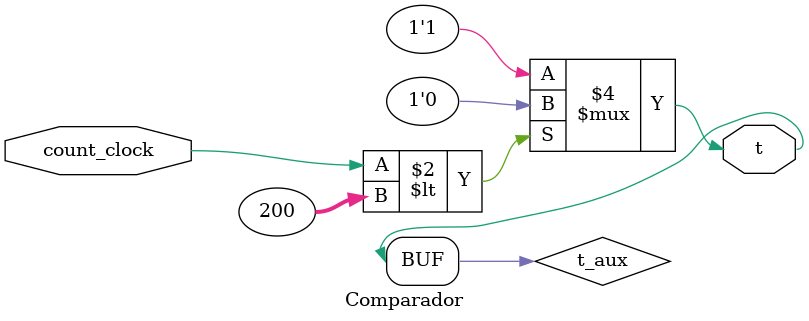
<source format=sv>
module Comparador(input count_clock, output t);

logic t_aux;

always @* begin
  if(count_clock < 200) 
    t_aux <= 0;
  else
    t_aux <= 1;
end
 
 
 assign t = t_aux;
 
endmodule 
</source>
